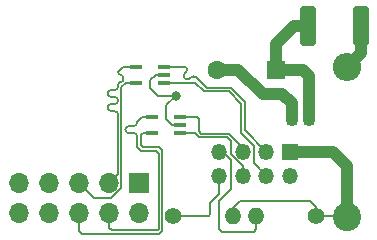
<source format=gbr>
%TF.GenerationSoftware,KiCad,Pcbnew,7.0.7*%
%TF.CreationDate,2023-10-14T22:56:05-05:00*%
%TF.ProjectId,USB-CV1,5553422d-4356-4312-9e6b-696361645f70,rev?*%
%TF.SameCoordinates,Original*%
%TF.FileFunction,Copper,L1,Top*%
%TF.FilePolarity,Positive*%
%FSLAX46Y46*%
G04 Gerber Fmt 4.6, Leading zero omitted, Abs format (unit mm)*
G04 Created by KiCad (PCBNEW 7.0.7) date 2023-10-14 22:56:05*
%MOMM*%
%LPD*%
G01*
G04 APERTURE LIST*
G04 Aperture macros list*
%AMRoundRect*
0 Rectangle with rounded corners*
0 $1 Rounding radius*
0 $2 $3 $4 $5 $6 $7 $8 $9 X,Y pos of 4 corners*
0 Add a 4 corners polygon primitive as box body*
4,1,4,$2,$3,$4,$5,$6,$7,$8,$9,$2,$3,0*
0 Add four circle primitives for the rounded corners*
1,1,$1+$1,$2,$3*
1,1,$1+$1,$4,$5*
1,1,$1+$1,$6,$7*
1,1,$1+$1,$8,$9*
0 Add four rect primitives between the rounded corners*
20,1,$1+$1,$2,$3,$4,$5,0*
20,1,$1+$1,$4,$5,$6,$7,0*
20,1,$1+$1,$6,$7,$8,$9,0*
20,1,$1+$1,$8,$9,$2,$3,0*%
G04 Aperture macros list end*
%TA.AperFunction,SMDPad,CuDef*%
%ADD10R,0.965200X0.939800*%
%TD*%
%TA.AperFunction,ComponentPad*%
%ADD11R,1.700000X1.700000*%
%TD*%
%TA.AperFunction,ComponentPad*%
%ADD12O,1.700000X1.700000*%
%TD*%
%TA.AperFunction,SMDPad,CuDef*%
%ADD13R,1.070699X0.304800*%
%TD*%
%TA.AperFunction,ComponentPad*%
%ADD14C,1.400000*%
%TD*%
%TA.AperFunction,ComponentPad*%
%ADD15O,1.400000X1.400000*%
%TD*%
%TA.AperFunction,SMDPad,CuDef*%
%ADD16RoundRect,0.250000X-0.400000X-1.450000X0.400000X-1.450000X0.400000X1.450000X-0.400000X1.450000X0*%
%TD*%
%TA.AperFunction,ComponentPad*%
%ADD17R,1.350000X1.350000*%
%TD*%
%TA.AperFunction,ComponentPad*%
%ADD18O,1.350000X1.350000*%
%TD*%
%TA.AperFunction,ComponentPad*%
%ADD19R,1.600000X1.600000*%
%TD*%
%TA.AperFunction,ComponentPad*%
%ADD20C,1.600000*%
%TD*%
%TA.AperFunction,ComponentPad*%
%ADD21C,2.400000*%
%TD*%
%TA.AperFunction,ComponentPad*%
%ADD22O,2.400000X2.400000*%
%TD*%
%TA.AperFunction,ViaPad*%
%ADD23C,0.800000*%
%TD*%
%TA.AperFunction,Conductor*%
%ADD24C,0.200000*%
%TD*%
%TA.AperFunction,Conductor*%
%ADD25C,1.000000*%
%TD*%
%TA.AperFunction,Conductor*%
%ADD26C,0.250000*%
%TD*%
%TA.AperFunction,Conductor*%
%ADD27C,0.130000*%
%TD*%
G04 APERTURE END LIST*
D10*
%TO.P,R3,1*%
%TO.N,/VBUS*%
X136479300Y-80190000D03*
%TO.P,R3,2*%
%TO.N,GND*%
X134980700Y-80190000D03*
%TD*%
D11*
%TO.P,J2,1,Pin_1*%
%TO.N,/VBUS*%
X122070000Y-85510000D03*
D12*
%TO.P,J2,2,Pin_2*%
X122070000Y-88050000D03*
%TO.P,J2,3,Pin_3*%
%TO.N,/D2- OUT*%
X119530000Y-85510000D03*
%TO.P,J2,4,Pin_4*%
%TO.N,/D3- OUT*%
X119530000Y-88050000D03*
%TO.P,J2,5,Pin_5*%
%TO.N,/D2+ OUT*%
X116990000Y-85510000D03*
%TO.P,J2,6,Pin_6*%
%TO.N,/D3+ OUT*%
X116990000Y-88050000D03*
%TO.P,J2,7,Pin_7*%
%TO.N,GND*%
X114450000Y-85510000D03*
%TO.P,J2,8,Pin_8*%
X114450000Y-88050000D03*
%TO.P,J2,9,Pin_9*%
%TO.N,unconnected-(J2-Pin_9-Pad9)*%
X111910000Y-85510000D03*
%TO.P,J2,10,Pin_10*%
%TO.N,unconnected-(J2-Pin_10-Pad10)*%
X111910000Y-88050000D03*
%TD*%
D13*
%TO.P,U2,1,D+_IN*%
%TO.N,/D3+ IN*%
X125558451Y-81259999D03*
%TO.P,U2,2,GND*%
%TO.N,GND*%
X125558451Y-80610000D03*
%TO.P,U2,3,D-_IN*%
%TO.N,/D3- IN*%
X125558451Y-79960001D03*
%TO.P,U2,4,D-_OUT*%
%TO.N,/D3- OUT*%
X123141549Y-79960001D03*
%TO.P,U2,5,D+_OUT*%
%TO.N,/D3+ OUT*%
X123141549Y-81259999D03*
%TD*%
D14*
%TO.P,R2,1*%
%TO.N,/OC3*%
X124960000Y-88320000D03*
D15*
%TO.P,R2,2*%
%TO.N,+5V*%
X130040000Y-88320000D03*
%TD*%
D16*
%TO.P,F1,1*%
%TO.N,/VBUS*%
X136395000Y-72220000D03*
%TO.P,F1,2*%
%TO.N,Net-(F1-Pad2)*%
X140845000Y-72220000D03*
%TD*%
D17*
%TO.P,J1,1,Pin_1*%
%TO.N,+5V*%
X134850000Y-82880000D03*
D18*
%TO.P,J1,2,Pin_2*%
%TO.N,GND*%
X134850000Y-84880000D03*
%TO.P,J1,3,Pin_3*%
%TO.N,/D2- IN*%
X132850000Y-82880000D03*
%TO.P,J1,4,Pin_4*%
%TO.N,/D2+ IN*%
X132850000Y-84880000D03*
%TO.P,J1,5,Pin_5*%
%TO.N,/D3- IN*%
X130850000Y-82880000D03*
%TO.P,J1,6,Pin_6*%
%TO.N,/D3+ IN*%
X130850000Y-84880000D03*
%TO.P,J1,7,Pin_7*%
%TO.N,/OC2*%
X128850000Y-82880000D03*
%TO.P,J1,8,Pin_8*%
%TO.N,/OC3*%
X128850000Y-84880000D03*
%TD*%
D19*
%TO.P,C1,1*%
%TO.N,/VBUS*%
X133642651Y-75920000D03*
D20*
%TO.P,C1,2*%
%TO.N,GND*%
X128642651Y-75920000D03*
%TD*%
D13*
%TO.P,U1,1,D+_IN*%
%TO.N,/D2+ IN*%
X124198451Y-77009999D03*
%TO.P,U1,2,GND*%
%TO.N,GND*%
X124198451Y-76360000D03*
%TO.P,U1,3,D-_IN*%
%TO.N,/D2- IN*%
X124198451Y-75710001D03*
%TO.P,U1,4,D-_OUT*%
%TO.N,/D2- OUT*%
X121781549Y-75710001D03*
%TO.P,U1,5,D+_OUT*%
%TO.N,/D2+ OUT*%
X121781549Y-77009999D03*
%TD*%
D14*
%TO.P,R1,1*%
%TO.N,+5V*%
X137090000Y-88300000D03*
D15*
%TO.P,R1,2*%
%TO.N,/OC2*%
X132010000Y-88300000D03*
%TD*%
D21*
%TO.P,FB1,1*%
%TO.N,+5V*%
X139690000Y-88410000D03*
D22*
%TO.P,FB1,2*%
%TO.N,Net-(F1-Pad2)*%
X139690000Y-75710000D03*
%TD*%
D23*
%TO.N,GND*%
X125160000Y-78110000D03*
%TD*%
D24*
%TO.N,GND*%
X124860000Y-80610000D02*
X125558451Y-80610000D01*
D25*
X134980700Y-80190000D02*
X134980700Y-78760700D01*
D24*
X124320000Y-78950000D02*
X124320000Y-80070000D01*
X123480000Y-76360000D02*
X124198451Y-76360000D01*
X123680000Y-78110000D02*
X123020000Y-77450000D01*
D26*
X130480000Y-75910000D02*
X130470000Y-75920000D01*
D24*
X125160000Y-78110000D02*
X124320000Y-78950000D01*
D25*
X134210000Y-77990000D02*
X132560000Y-77990000D01*
D24*
X123020000Y-76820000D02*
X123480000Y-76360000D01*
D25*
X132560000Y-77990000D02*
X130480000Y-75910000D01*
X130470000Y-75920000D02*
X128642651Y-75920000D01*
D24*
X125160000Y-78110000D02*
X123680000Y-78110000D01*
D25*
X134980700Y-78760700D02*
X134210000Y-77990000D01*
D27*
X125528451Y-80640000D02*
X125558451Y-80610000D01*
D24*
X124320000Y-80070000D02*
X124860000Y-80610000D01*
X123020000Y-77450000D02*
X123020000Y-76820000D01*
D25*
%TO.N,Net-(F1-Pad2)*%
X140900000Y-74500000D02*
X140900000Y-72275000D01*
D26*
X139690000Y-75710000D02*
X139690000Y-74880000D01*
D25*
X139690000Y-75710000D02*
X140900000Y-74500000D01*
D26*
X140900000Y-72275000D02*
X140845000Y-72220000D01*
D27*
%TO.N,+5V*%
X136580000Y-87000000D02*
X137090000Y-87510000D01*
D25*
X134850000Y-82880000D02*
X138490000Y-82880000D01*
D27*
X136580000Y-87000000D02*
X130650000Y-87000000D01*
X137090000Y-88300000D02*
X139580000Y-88300000D01*
X139580000Y-88300000D02*
X139690000Y-88410000D01*
D25*
X139690000Y-84140000D02*
X139690000Y-88410000D01*
D27*
X130650000Y-87000000D02*
X130040000Y-87610000D01*
X130040000Y-88320000D02*
X130040000Y-87610000D01*
D26*
X139720000Y-84110000D02*
X139690000Y-84140000D01*
D25*
X138490000Y-82880000D02*
X139720000Y-84110000D01*
D27*
X137090000Y-87510000D02*
X137090000Y-88300000D01*
%TO.N,/D2- IN*%
X126060001Y-76134265D02*
X125953934Y-76240331D01*
X129870000Y-77500000D02*
X131010000Y-78640000D01*
X127850000Y-77500000D02*
X129870000Y-77500000D01*
X131010000Y-81040000D02*
X132850000Y-82880000D01*
X126908529Y-76558529D02*
X126908528Y-76558528D01*
X131010000Y-78640000D02*
X131010000Y-81040000D01*
X126378198Y-76664595D02*
X126484264Y-76558528D01*
X126908528Y-76558528D02*
X127850000Y-77500000D01*
X126060000Y-76134266D02*
X126060001Y-76134265D01*
X126378199Y-76664594D02*
X126378198Y-76664595D01*
X125953935Y-76664596D02*
X125953934Y-76664595D01*
X124198451Y-75710001D02*
X126060001Y-75710001D01*
X126908533Y-76558525D02*
G75*
G03*
X126484264Y-76558528I-212133J-212175D01*
G01*
X125953972Y-76240369D02*
G75*
G03*
X125953936Y-76664595I212128J-212131D01*
G01*
X125953969Y-76664560D02*
G75*
G03*
X126378198Y-76664593I212131J212060D01*
G01*
X126059967Y-76134232D02*
G75*
G03*
X126060001Y-75710001I-212067J212132D01*
G01*
%TO.N,/D2+ IN*%
X127538000Y-77758000D02*
X126789999Y-77009999D01*
X129658000Y-77758000D02*
X127538000Y-77758000D01*
X131820000Y-82400000D02*
X130730000Y-81310000D01*
X131820000Y-83850000D02*
X131820000Y-82400000D01*
X126789999Y-77009999D02*
X124198451Y-77009999D01*
X130730000Y-81310000D02*
X130730000Y-78830000D01*
X130730000Y-78830000D02*
X129658000Y-77758000D01*
X132850000Y-84880000D02*
X131820000Y-83850000D01*
%TO.N,/D3- IN*%
X127110000Y-80110000D02*
X126960000Y-79960000D01*
X127110000Y-81120000D02*
X127110000Y-80110000D01*
X129700000Y-81360000D02*
X127350000Y-81360000D01*
X130850000Y-82880000D02*
X130850000Y-82510000D01*
X127350000Y-81360000D02*
X127110000Y-81120000D01*
X126960000Y-79960000D02*
X125558451Y-79960001D01*
X130850000Y-82510000D02*
X129700000Y-81360000D01*
%TO.N,/D3+ IN*%
X129840000Y-81930000D02*
X129530000Y-81620000D01*
X130850000Y-84880000D02*
X130850000Y-84107538D01*
X127155133Y-81620000D02*
X126820000Y-81284867D01*
X129530000Y-81620000D02*
X127155133Y-81620000D01*
X129840000Y-83097538D02*
X129840000Y-81930000D01*
X130850000Y-84107538D02*
X129840000Y-83097538D01*
X126820000Y-81284867D02*
X126820000Y-81260000D01*
X126820000Y-81260000D02*
X125558451Y-81259999D01*
%TO.N,/OC2*%
X128840000Y-87040000D02*
X128840000Y-89420000D01*
X128840000Y-89420000D02*
X129060000Y-89640000D01*
X129060000Y-89640000D02*
X131790000Y-89640000D01*
X132010000Y-89420000D02*
X132010000Y-88300000D01*
D26*
X128850000Y-82880000D02*
X129150000Y-82880000D01*
D27*
X129850000Y-83580000D02*
X129850000Y-86030000D01*
X131790000Y-89640000D02*
X132010000Y-89420000D01*
X129850000Y-86030000D02*
X128840000Y-87040000D01*
X129150000Y-82880000D02*
X129850000Y-83580000D01*
%TO.N,/OC3*%
X128110000Y-88170000D02*
X127960000Y-88320000D01*
X128850000Y-84880000D02*
X128850000Y-86440000D01*
X128110000Y-87180000D02*
X128110000Y-88170000D01*
X127960000Y-88320000D02*
X124960000Y-88320000D01*
X128850000Y-86440000D02*
X128110000Y-87180000D01*
%TO.N,/D2- OUT*%
X121781549Y-75710001D02*
X120719999Y-75710001D01*
X119707025Y-79430000D02*
X120000000Y-79430000D01*
X120719999Y-75710001D02*
X120300000Y-76130000D01*
X120300000Y-79730000D02*
X120300000Y-79790692D01*
X120000000Y-77630000D02*
X119707025Y-77630000D01*
X120300000Y-84740000D02*
X119530000Y-85510000D01*
X119707025Y-78230000D02*
X120000000Y-78230000D01*
X120300000Y-79790692D02*
X120300000Y-84740000D01*
X120000000Y-78830000D02*
X119707025Y-78830000D01*
X120300000Y-77180000D02*
X120300000Y-77330000D01*
X120750000Y-76580000D02*
X120750000Y-76730000D01*
X120300000Y-79730000D02*
G75*
G03*
X120000000Y-79430000I-300000J0D01*
G01*
X120300000Y-76130000D02*
G75*
G03*
X120525000Y-76355000I225000J0D01*
G01*
X120000000Y-77630000D02*
G75*
G03*
X120300000Y-77330000I0J300000D01*
G01*
X119707025Y-77630025D02*
G75*
G03*
X119407025Y-77930000I-25J-299975D01*
G01*
X119707025Y-78830025D02*
G75*
G03*
X119407025Y-79130000I-25J-299975D01*
G01*
X120300000Y-78530000D02*
G75*
G03*
X120000000Y-78230000I-300000J0D01*
G01*
X120750000Y-76580000D02*
G75*
G03*
X120525000Y-76355000I-225000J0D01*
G01*
X119407000Y-79130000D02*
G75*
G03*
X119707025Y-79430000I300000J0D01*
G01*
X120525000Y-76955000D02*
G75*
G03*
X120300000Y-77180000I0J-225000D01*
G01*
X119407000Y-77930000D02*
G75*
G03*
X119707025Y-78230000I300000J0D01*
G01*
X120000000Y-78830000D02*
G75*
G03*
X120300000Y-78530000I0J300000D01*
G01*
X120525000Y-76955000D02*
G75*
G03*
X120750000Y-76730000I0J225000D01*
G01*
%TO.N,/D3- OUT*%
X121220000Y-80690000D02*
X121620000Y-80690000D01*
X123772000Y-83072000D02*
X123480000Y-82780000D01*
X121920000Y-80390000D02*
X122349999Y-79960001D01*
X122349999Y-79960001D02*
X123141549Y-79960001D01*
X121620000Y-81290000D02*
X121220000Y-81290000D01*
X123480000Y-82780000D02*
X122200000Y-82780000D01*
X119530000Y-89300000D02*
X119762000Y-89532000D01*
X122200000Y-82780000D02*
X121920000Y-82500000D01*
X121920000Y-82500000D02*
X121920000Y-81590000D01*
X119762000Y-89532000D02*
X123658000Y-89532000D01*
X123658000Y-89532000D02*
X123772000Y-89418000D01*
X119530000Y-88050000D02*
X119530000Y-89300000D01*
X123772000Y-89418000D02*
X123772000Y-83072000D01*
X121220000Y-80690000D02*
G75*
G03*
X120920000Y-80990000I0J-300000D01*
G01*
X121620000Y-80690000D02*
G75*
G03*
X121920000Y-80390000I0J300000D01*
G01*
X120920000Y-80990000D02*
G75*
G03*
X121220000Y-81290000I300000J0D01*
G01*
X121920000Y-81590000D02*
G75*
G03*
X121620000Y-81290000I-300000J0D01*
G01*
%TO.N,/D2+ OUT*%
X121781549Y-77009999D02*
X120930001Y-77009999D01*
X120573000Y-85942025D02*
X119705025Y-86810000D01*
X120930001Y-77009999D02*
X120573000Y-77367000D01*
X119705025Y-86810000D02*
X118290000Y-86810000D01*
X118290000Y-86810000D02*
X116990000Y-85510000D01*
X120573000Y-77367000D02*
X120573000Y-85942025D01*
%TO.N,/D3+ OUT*%
X116970000Y-89560000D02*
X116990000Y-89540000D01*
X123141549Y-81259999D02*
X122440001Y-81259999D01*
X122210000Y-82280000D02*
X122400000Y-82470000D01*
X124030000Y-82760000D02*
X124030000Y-89540000D01*
X122210000Y-81490000D02*
X122210000Y-82280000D01*
X122400000Y-82470000D02*
X123740000Y-82470000D01*
X124030000Y-89540000D02*
X123780000Y-89790000D01*
X123780000Y-89790000D02*
X117200000Y-89790000D01*
X123740000Y-82470000D02*
X124030000Y-82760000D01*
X117200000Y-89790000D02*
X116970000Y-89560000D01*
X116990000Y-89540000D02*
X116990000Y-88050000D01*
X122440001Y-81259999D02*
X122210000Y-81490000D01*
D25*
%TO.N,/VBUS*%
X133642651Y-75920000D02*
X133642651Y-73757349D01*
X133642651Y-73757349D02*
X135180000Y-72220000D01*
X136479300Y-80190000D02*
X136479300Y-76469300D01*
X135930000Y-75920000D02*
X133642651Y-75920000D01*
X136479300Y-76469300D02*
X135930000Y-75920000D01*
X135180000Y-72220000D02*
X136395000Y-72220000D01*
%TD*%
M02*

</source>
